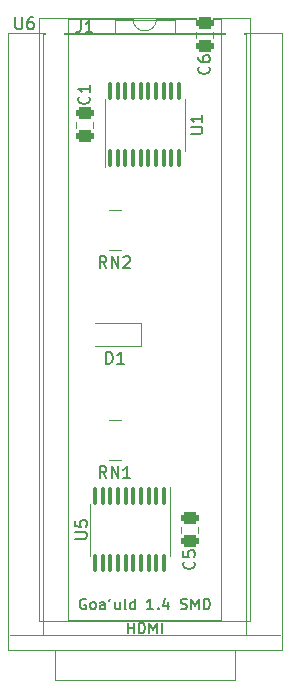
<source format=gto>
G04 #@! TF.GenerationSoftware,KiCad,Pcbnew,(6.0.9)*
G04 #@! TF.CreationDate,2024-11-23T18:31:41+01:00*
G04 #@! TF.ProjectId,Sombrero_MSX_Goa'uld,536f6d62-7265-4726-9f5f-4d53585f476f,rev?*
G04 #@! TF.SameCoordinates,Original*
G04 #@! TF.FileFunction,Legend,Top*
G04 #@! TF.FilePolarity,Positive*
%FSLAX46Y46*%
G04 Gerber Fmt 4.6, Leading zero omitted, Abs format (unit mm)*
G04 Created by KiCad (PCBNEW (6.0.9)) date 2024-11-23 18:31:41*
%MOMM*%
%LPD*%
G01*
G04 APERTURE LIST*
G04 Aperture macros list*
%AMRoundRect*
0 Rectangle with rounded corners*
0 $1 Rounding radius*
0 $2 $3 $4 $5 $6 $7 $8 $9 X,Y pos of 4 corners*
0 Add a 4 corners polygon primitive as box body*
4,1,4,$2,$3,$4,$5,$6,$7,$8,$9,$2,$3,0*
0 Add four circle primitives for the rounded corners*
1,1,$1+$1,$2,$3*
1,1,$1+$1,$4,$5*
1,1,$1+$1,$6,$7*
1,1,$1+$1,$8,$9*
0 Add four rect primitives between the rounded corners*
20,1,$1+$1,$2,$3,$4,$5,0*
20,1,$1+$1,$4,$5,$6,$7,0*
20,1,$1+$1,$6,$7,$8,$9,0*
20,1,$1+$1,$8,$9,$2,$3,0*%
G04 Aperture macros list end*
%ADD10C,0.150000*%
%ADD11C,0.120000*%
%ADD12C,0.100000*%
%ADD13RoundRect,0.100000X0.100000X-0.637500X0.100000X0.637500X-0.100000X0.637500X-0.100000X-0.637500X0*%
%ADD14R,2.400000X1.600000*%
%ADD15O,2.400000X1.600000*%
%ADD16RoundRect,0.100000X-0.100000X0.637500X-0.100000X-0.637500X0.100000X-0.637500X0.100000X0.637500X0*%
%ADD17RoundRect,0.250000X-0.475000X0.250000X-0.475000X-0.250000X0.475000X-0.250000X0.475000X0.250000X0*%
%ADD18R,0.800000X0.500000*%
%ADD19R,0.800000X0.400000*%
%ADD20R,0.900000X1.200000*%
%ADD21RoundRect,0.250000X0.475000X-0.250000X0.475000X0.250000X-0.475000X0.250000X-0.475000X-0.250000X0*%
%ADD22R,1.600000X1.600000*%
%ADD23O,1.600000X1.600000*%
G04 APERTURE END LIST*
D10*
X142327142Y-124010000D02*
X142241428Y-123967142D01*
X142112857Y-123967142D01*
X141984285Y-124010000D01*
X141898571Y-124095714D01*
X141855714Y-124181428D01*
X141812857Y-124352857D01*
X141812857Y-124481428D01*
X141855714Y-124652857D01*
X141898571Y-124738571D01*
X141984285Y-124824285D01*
X142112857Y-124867142D01*
X142198571Y-124867142D01*
X142327142Y-124824285D01*
X142370000Y-124781428D01*
X142370000Y-124481428D01*
X142198571Y-124481428D01*
X142884285Y-124867142D02*
X142798571Y-124824285D01*
X142755714Y-124781428D01*
X142712857Y-124695714D01*
X142712857Y-124438571D01*
X142755714Y-124352857D01*
X142798571Y-124310000D01*
X142884285Y-124267142D01*
X143012857Y-124267142D01*
X143098571Y-124310000D01*
X143141428Y-124352857D01*
X143184285Y-124438571D01*
X143184285Y-124695714D01*
X143141428Y-124781428D01*
X143098571Y-124824285D01*
X143012857Y-124867142D01*
X142884285Y-124867142D01*
X143955714Y-124867142D02*
X143955714Y-124395714D01*
X143912857Y-124310000D01*
X143827142Y-124267142D01*
X143655714Y-124267142D01*
X143570000Y-124310000D01*
X143955714Y-124824285D02*
X143870000Y-124867142D01*
X143655714Y-124867142D01*
X143570000Y-124824285D01*
X143527142Y-124738571D01*
X143527142Y-124652857D01*
X143570000Y-124567142D01*
X143655714Y-124524285D01*
X143870000Y-124524285D01*
X143955714Y-124481428D01*
X144427142Y-123967142D02*
X144341428Y-124138571D01*
X145198571Y-124267142D02*
X145198571Y-124867142D01*
X144812857Y-124267142D02*
X144812857Y-124738571D01*
X144855714Y-124824285D01*
X144941428Y-124867142D01*
X145070000Y-124867142D01*
X145155714Y-124824285D01*
X145198571Y-124781428D01*
X145755714Y-124867142D02*
X145670000Y-124824285D01*
X145627142Y-124738571D01*
X145627142Y-123967142D01*
X146484285Y-124867142D02*
X146484285Y-123967142D01*
X146484285Y-124824285D02*
X146398571Y-124867142D01*
X146227142Y-124867142D01*
X146141428Y-124824285D01*
X146098571Y-124781428D01*
X146055714Y-124695714D01*
X146055714Y-124438571D01*
X146098571Y-124352857D01*
X146141428Y-124310000D01*
X146227142Y-124267142D01*
X146398571Y-124267142D01*
X146484285Y-124310000D01*
X148070000Y-124867142D02*
X147555714Y-124867142D01*
X147812857Y-124867142D02*
X147812857Y-123967142D01*
X147727142Y-124095714D01*
X147641428Y-124181428D01*
X147555714Y-124224285D01*
X148455714Y-124781428D02*
X148498571Y-124824285D01*
X148455714Y-124867142D01*
X148412857Y-124824285D01*
X148455714Y-124781428D01*
X148455714Y-124867142D01*
X149270000Y-124267142D02*
X149270000Y-124867142D01*
X149055714Y-123924285D02*
X148841428Y-124567142D01*
X149398571Y-124567142D01*
X150384285Y-124824285D02*
X150512857Y-124867142D01*
X150727142Y-124867142D01*
X150812857Y-124824285D01*
X150855714Y-124781428D01*
X150898571Y-124695714D01*
X150898571Y-124610000D01*
X150855714Y-124524285D01*
X150812857Y-124481428D01*
X150727142Y-124438571D01*
X150555714Y-124395714D01*
X150470000Y-124352857D01*
X150427142Y-124310000D01*
X150384285Y-124224285D01*
X150384285Y-124138571D01*
X150427142Y-124052857D01*
X150470000Y-124010000D01*
X150555714Y-123967142D01*
X150770000Y-123967142D01*
X150898571Y-124010000D01*
X151284285Y-124867142D02*
X151284285Y-123967142D01*
X151584285Y-124610000D01*
X151884285Y-123967142D01*
X151884285Y-124867142D01*
X152312857Y-124867142D02*
X152312857Y-123967142D01*
X152527142Y-123967142D01*
X152655714Y-124010000D01*
X152741428Y-124095714D01*
X152784285Y-124181428D01*
X152827142Y-124352857D01*
X152827142Y-124481428D01*
X152784285Y-124652857D01*
X152741428Y-124738571D01*
X152655714Y-124824285D01*
X152527142Y-124867142D01*
X152312857Y-124867142D01*
X145884285Y-126899142D02*
X145884285Y-125999142D01*
X145884285Y-126427714D02*
X146398571Y-126427714D01*
X146398571Y-126899142D02*
X146398571Y-125999142D01*
X146827142Y-126899142D02*
X146827142Y-125999142D01*
X147041428Y-125999142D01*
X147170000Y-126042000D01*
X147255714Y-126127714D01*
X147298571Y-126213428D01*
X147341428Y-126384857D01*
X147341428Y-126513428D01*
X147298571Y-126684857D01*
X147255714Y-126770571D01*
X147170000Y-126856285D01*
X147041428Y-126899142D01*
X146827142Y-126899142D01*
X147727142Y-126899142D02*
X147727142Y-125999142D01*
X148027142Y-126642000D01*
X148327142Y-125999142D01*
X148327142Y-126899142D01*
X148755714Y-126899142D02*
X148755714Y-125999142D01*
X151217380Y-84581904D02*
X152026904Y-84581904D01*
X152122142Y-84534285D01*
X152169761Y-84486666D01*
X152217380Y-84391428D01*
X152217380Y-84200952D01*
X152169761Y-84105714D01*
X152122142Y-84058095D01*
X152026904Y-84010476D01*
X151217380Y-84010476D01*
X152217380Y-83010476D02*
X152217380Y-83581904D01*
X152217380Y-83296190D02*
X151217380Y-83296190D01*
X151360238Y-83391428D01*
X151455476Y-83486666D01*
X151503095Y-83581904D01*
X136383095Y-74737980D02*
X136383095Y-75547504D01*
X136430714Y-75642742D01*
X136478333Y-75690361D01*
X136573571Y-75737980D01*
X136764047Y-75737980D01*
X136859285Y-75690361D01*
X136906904Y-75642742D01*
X136954523Y-75547504D01*
X136954523Y-74737980D01*
X137859285Y-74737980D02*
X137668809Y-74737980D01*
X137573571Y-74785600D01*
X137525952Y-74833219D01*
X137430714Y-74976076D01*
X137383095Y-75166552D01*
X137383095Y-75547504D01*
X137430714Y-75642742D01*
X137478333Y-75690361D01*
X137573571Y-75737980D01*
X137764047Y-75737980D01*
X137859285Y-75690361D01*
X137906904Y-75642742D01*
X137954523Y-75547504D01*
X137954523Y-75309409D01*
X137906904Y-75214171D01*
X137859285Y-75166552D01*
X137764047Y-75118933D01*
X137573571Y-75118933D01*
X137478333Y-75166552D01*
X137430714Y-75214171D01*
X137383095Y-75309409D01*
X141438380Y-118871904D02*
X142247904Y-118871904D01*
X142343142Y-118824285D01*
X142390761Y-118776666D01*
X142438380Y-118681428D01*
X142438380Y-118490952D01*
X142390761Y-118395714D01*
X142343142Y-118348095D01*
X142247904Y-118300476D01*
X141438380Y-118300476D01*
X141438380Y-117348095D02*
X141438380Y-117824285D01*
X141914571Y-117871904D01*
X141866952Y-117824285D01*
X141819333Y-117729047D01*
X141819333Y-117490952D01*
X141866952Y-117395714D01*
X141914571Y-117348095D01*
X142009809Y-117300476D01*
X142247904Y-117300476D01*
X142343142Y-117348095D01*
X142390761Y-117395714D01*
X142438380Y-117490952D01*
X142438380Y-117729047D01*
X142390761Y-117824285D01*
X142343142Y-117871904D01*
X152757142Y-78906666D02*
X152804761Y-78954285D01*
X152852380Y-79097142D01*
X152852380Y-79192380D01*
X152804761Y-79335238D01*
X152709523Y-79430476D01*
X152614285Y-79478095D01*
X152423809Y-79525714D01*
X152280952Y-79525714D01*
X152090476Y-79478095D01*
X151995238Y-79430476D01*
X151900000Y-79335238D01*
X151852380Y-79192380D01*
X151852380Y-79097142D01*
X151900000Y-78954285D01*
X151947619Y-78906666D01*
X151852380Y-78049523D02*
X151852380Y-78240000D01*
X151900000Y-78335238D01*
X151947619Y-78382857D01*
X152090476Y-78478095D01*
X152280952Y-78525714D01*
X152661904Y-78525714D01*
X152757142Y-78478095D01*
X152804761Y-78430476D01*
X152852380Y-78335238D01*
X152852380Y-78144761D01*
X152804761Y-78049523D01*
X152757142Y-78001904D01*
X152661904Y-77954285D01*
X152423809Y-77954285D01*
X152328571Y-78001904D01*
X152280952Y-78049523D01*
X152233333Y-78144761D01*
X152233333Y-78335238D01*
X152280952Y-78430476D01*
X152328571Y-78478095D01*
X152423809Y-78525714D01*
X144089523Y-113742380D02*
X143756190Y-113266190D01*
X143518095Y-113742380D02*
X143518095Y-112742380D01*
X143899047Y-112742380D01*
X143994285Y-112790000D01*
X144041904Y-112837619D01*
X144089523Y-112932857D01*
X144089523Y-113075714D01*
X144041904Y-113170952D01*
X143994285Y-113218571D01*
X143899047Y-113266190D01*
X143518095Y-113266190D01*
X144518095Y-113742380D02*
X144518095Y-112742380D01*
X145089523Y-113742380D01*
X145089523Y-112742380D01*
X146089523Y-113742380D02*
X145518095Y-113742380D01*
X145803809Y-113742380D02*
X145803809Y-112742380D01*
X145708571Y-112885238D01*
X145613333Y-112980476D01*
X145518095Y-113028095D01*
X144041904Y-104052380D02*
X144041904Y-103052380D01*
X144280000Y-103052380D01*
X144422857Y-103100000D01*
X144518095Y-103195238D01*
X144565714Y-103290476D01*
X144613333Y-103480952D01*
X144613333Y-103623809D01*
X144565714Y-103814285D01*
X144518095Y-103909523D01*
X144422857Y-104004761D01*
X144280000Y-104052380D01*
X144041904Y-104052380D01*
X145565714Y-104052380D02*
X144994285Y-104052380D01*
X145280000Y-104052380D02*
X145280000Y-103052380D01*
X145184761Y-103195238D01*
X145089523Y-103290476D01*
X144994285Y-103338095D01*
X144089523Y-95962380D02*
X143756190Y-95486190D01*
X143518095Y-95962380D02*
X143518095Y-94962380D01*
X143899047Y-94962380D01*
X143994285Y-95010000D01*
X144041904Y-95057619D01*
X144089523Y-95152857D01*
X144089523Y-95295714D01*
X144041904Y-95390952D01*
X143994285Y-95438571D01*
X143899047Y-95486190D01*
X143518095Y-95486190D01*
X144518095Y-95962380D02*
X144518095Y-94962380D01*
X145089523Y-95962380D01*
X145089523Y-94962380D01*
X145518095Y-95057619D02*
X145565714Y-95010000D01*
X145660952Y-94962380D01*
X145899047Y-94962380D01*
X145994285Y-95010000D01*
X146041904Y-95057619D01*
X146089523Y-95152857D01*
X146089523Y-95248095D01*
X146041904Y-95390952D01*
X145470476Y-95962380D01*
X146089523Y-95962380D01*
X151487142Y-120816666D02*
X151534761Y-120864285D01*
X151582380Y-121007142D01*
X151582380Y-121102380D01*
X151534761Y-121245238D01*
X151439523Y-121340476D01*
X151344285Y-121388095D01*
X151153809Y-121435714D01*
X151010952Y-121435714D01*
X150820476Y-121388095D01*
X150725238Y-121340476D01*
X150630000Y-121245238D01*
X150582380Y-121102380D01*
X150582380Y-121007142D01*
X150630000Y-120864285D01*
X150677619Y-120816666D01*
X150582380Y-119911904D02*
X150582380Y-120388095D01*
X151058571Y-120435714D01*
X151010952Y-120388095D01*
X150963333Y-120292857D01*
X150963333Y-120054761D01*
X151010952Y-119959523D01*
X151058571Y-119911904D01*
X151153809Y-119864285D01*
X151391904Y-119864285D01*
X151487142Y-119911904D01*
X151534761Y-119959523D01*
X151582380Y-120054761D01*
X151582380Y-120292857D01*
X151534761Y-120388095D01*
X151487142Y-120435714D01*
X141906666Y-74991980D02*
X141906666Y-75706266D01*
X141859047Y-75849123D01*
X141763809Y-75944361D01*
X141620952Y-75991980D01*
X141525714Y-75991980D01*
X142906666Y-75991980D02*
X142335238Y-75991980D01*
X142620952Y-75991980D02*
X142620952Y-74991980D01*
X142525714Y-75134838D01*
X142430476Y-75230076D01*
X142335238Y-75277695D01*
X142597142Y-81446666D02*
X142644761Y-81494285D01*
X142692380Y-81637142D01*
X142692380Y-81732380D01*
X142644761Y-81875238D01*
X142549523Y-81970476D01*
X142454285Y-82018095D01*
X142263809Y-82065714D01*
X142120952Y-82065714D01*
X141930476Y-82018095D01*
X141835238Y-81970476D01*
X141740000Y-81875238D01*
X141692380Y-81732380D01*
X141692380Y-81637142D01*
X141740000Y-81494285D01*
X141787619Y-81446666D01*
X142692380Y-80494285D02*
X142692380Y-81065714D01*
X142692380Y-80780000D02*
X141692380Y-80780000D01*
X141835238Y-80875238D01*
X141930476Y-80970476D01*
X141978095Y-81065714D01*
D11*
X150705000Y-83820000D02*
X150705000Y-81620000D01*
X150705000Y-83820000D02*
X150705000Y-86020000D01*
X143935000Y-83820000D02*
X143935000Y-87420000D01*
X143935000Y-83820000D02*
X143935000Y-81620000D01*
X154940000Y-130810000D02*
X154940000Y-128270000D01*
D12*
X135890000Y-127000000D02*
X158750000Y-127000000D01*
D11*
X138720000Y-76140000D02*
X138720000Y-127000000D01*
X144780000Y-76140000D02*
X144780000Y-74930000D01*
X139700000Y-130810000D02*
X154940000Y-130810000D01*
X144780000Y-74930000D02*
X149860000Y-74930000D01*
X155920000Y-76140000D02*
X150860000Y-76140000D01*
X139700000Y-128270000D02*
X139700000Y-130810000D01*
X135720000Y-128270000D02*
X158920000Y-128270000D01*
X149860000Y-74930000D02*
X149860000Y-76073000D01*
X153670000Y-76140000D02*
X138720000Y-76140000D01*
X135720000Y-76080000D02*
X135720000Y-128270000D01*
X158920000Y-76080000D02*
X135720000Y-76080000D01*
X155920000Y-127000000D02*
X155920000Y-76140000D01*
X158920000Y-128270000D02*
X158920000Y-76080000D01*
X142665000Y-118110000D02*
X142665000Y-120310000D01*
X142665000Y-118110000D02*
X142665000Y-115910000D01*
X149435000Y-118110000D02*
X149435000Y-120310000D01*
X149435000Y-118110000D02*
X149435000Y-114510000D01*
X153135000Y-75938748D02*
X153135000Y-76461252D01*
X151665000Y-75938748D02*
X151665000Y-76461252D01*
X144280000Y-112170000D02*
X145280000Y-112170000D01*
X144280000Y-108810000D02*
X145280000Y-108810000D01*
X147030000Y-102600000D02*
X143130000Y-102600000D01*
X147030000Y-102600000D02*
X147030000Y-100600000D01*
X147030000Y-100600000D02*
X143130000Y-100600000D01*
X144280000Y-94390000D02*
X145280000Y-94390000D01*
X144280000Y-91030000D02*
X145280000Y-91030000D01*
X151865000Y-118371252D02*
X151865000Y-117848748D01*
X150395000Y-118371252D02*
X150395000Y-117848748D01*
X140870000Y-125790000D02*
X153790000Y-125790000D01*
X153790000Y-74870000D02*
X148330000Y-74870000D01*
X138380000Y-125850000D02*
X156280000Y-125850000D01*
X138380000Y-74810000D02*
X138380000Y-125850000D01*
X156280000Y-74810000D02*
X138380000Y-74810000D01*
X156280000Y-125850000D02*
X156280000Y-74810000D01*
X153790000Y-125790000D02*
X153790000Y-74870000D01*
X140870000Y-74870000D02*
X140870000Y-125790000D01*
X146330000Y-74870000D02*
X140870000Y-74870000D01*
X146330000Y-74870000D02*
G75*
G03*
X148330000Y-74870000I1000000J0D01*
G01*
X141505000Y-83558748D02*
X141505000Y-84081252D01*
X142975000Y-83558748D02*
X142975000Y-84081252D01*
%LPC*%
D13*
X144395000Y-86682500D03*
X145045000Y-86682500D03*
X145695000Y-86682500D03*
X146345000Y-86682500D03*
X146995000Y-86682500D03*
X147645000Y-86682500D03*
X148295000Y-86682500D03*
X148945000Y-86682500D03*
X149595000Y-86682500D03*
X150245000Y-86682500D03*
X150245000Y-80957500D03*
X149595000Y-80957500D03*
X148945000Y-80957500D03*
X148295000Y-80957500D03*
X147645000Y-80957500D03*
X146995000Y-80957500D03*
X146345000Y-80957500D03*
X145695000Y-80957500D03*
X145045000Y-80957500D03*
X144395000Y-80957500D03*
D14*
X137160000Y-77470000D03*
D15*
X137160000Y-80010000D03*
X137160000Y-82550000D03*
X137160000Y-85090000D03*
X137160000Y-87630000D03*
X137160000Y-90170000D03*
X137160000Y-92710000D03*
X137160000Y-95250000D03*
X137160000Y-97790000D03*
X137160000Y-100330000D03*
X137160000Y-102870000D03*
X137160000Y-105410000D03*
X137160000Y-107950000D03*
X137160000Y-110490000D03*
X137160000Y-113030000D03*
X137160000Y-115570000D03*
X137160000Y-118110000D03*
X137160000Y-120650000D03*
X137160000Y-123190000D03*
X137160000Y-125730000D03*
X157480000Y-125730000D03*
X157480000Y-123190000D03*
X157480000Y-120650000D03*
X157480000Y-118110000D03*
X157480000Y-115570000D03*
X157480000Y-113030000D03*
X157480000Y-110490000D03*
X157480000Y-107950000D03*
X157480000Y-105410000D03*
X157480000Y-102870000D03*
X157480000Y-100330000D03*
X157480000Y-97790000D03*
X157480000Y-95250000D03*
X157480000Y-92710000D03*
X157480000Y-90170000D03*
X157480000Y-87630000D03*
X157480000Y-85090000D03*
X157480000Y-82550000D03*
X157480000Y-80010000D03*
X157480000Y-77470000D03*
D16*
X148975000Y-115247500D03*
X148325000Y-115247500D03*
X147675000Y-115247500D03*
X147025000Y-115247500D03*
X146375000Y-115247500D03*
X145725000Y-115247500D03*
X145075000Y-115247500D03*
X144425000Y-115247500D03*
X143775000Y-115247500D03*
X143125000Y-115247500D03*
X143125000Y-120972500D03*
X143775000Y-120972500D03*
X144425000Y-120972500D03*
X145075000Y-120972500D03*
X145725000Y-120972500D03*
X146375000Y-120972500D03*
X147025000Y-120972500D03*
X147675000Y-120972500D03*
X148325000Y-120972500D03*
X148975000Y-120972500D03*
D17*
X152400000Y-75250000D03*
X152400000Y-77150000D03*
D18*
X145680000Y-111690000D03*
D19*
X145680000Y-110890000D03*
X145680000Y-110090000D03*
D18*
X145680000Y-109290000D03*
X143880000Y-109290000D03*
D19*
X143880000Y-110090000D03*
X143880000Y-110890000D03*
D18*
X143880000Y-111690000D03*
D20*
X146430000Y-101600000D03*
X143130000Y-101600000D03*
D18*
X145680000Y-93910000D03*
D19*
X145680000Y-93110000D03*
X145680000Y-92310000D03*
D18*
X145680000Y-91510000D03*
X143880000Y-91510000D03*
D19*
X143880000Y-92310000D03*
X143880000Y-93110000D03*
D18*
X143880000Y-93910000D03*
D21*
X151130000Y-119060000D03*
X151130000Y-117160000D03*
D22*
X139710000Y-76200000D03*
D23*
X139710000Y-78740000D03*
X139710000Y-81280000D03*
X139710000Y-83820000D03*
X139710000Y-86360000D03*
X139710000Y-88900000D03*
X139710000Y-91440000D03*
X139710000Y-93980000D03*
X139710000Y-96520000D03*
X139710000Y-99060000D03*
X139710000Y-101600000D03*
X139710000Y-104140000D03*
X139710000Y-106680000D03*
X139710000Y-109220000D03*
X139710000Y-111760000D03*
X139710000Y-114300000D03*
X139710000Y-116840000D03*
X139710000Y-119380000D03*
X139710000Y-121920000D03*
X139710000Y-124460000D03*
X154950000Y-124460000D03*
X154950000Y-121920000D03*
X154950000Y-119380000D03*
X154950000Y-116840000D03*
X154950000Y-114300000D03*
X154950000Y-111760000D03*
X154950000Y-109220000D03*
X154950000Y-106680000D03*
X154950000Y-104140000D03*
X154950000Y-101600000D03*
X154950000Y-99060000D03*
X154950000Y-96520000D03*
X154950000Y-93980000D03*
X154950000Y-91440000D03*
X154950000Y-88900000D03*
X154950000Y-86360000D03*
X154950000Y-83820000D03*
X154950000Y-81280000D03*
X154950000Y-78740000D03*
X154950000Y-76200000D03*
D17*
X142240000Y-82870000D03*
X142240000Y-84770000D03*
M02*

</source>
